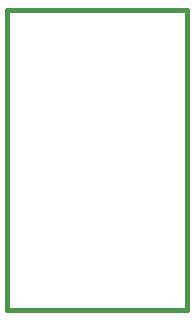
<source format=gbr>
G04 (created by PCBNEW-RS274X (2012-apr-16-27)-stable) date Sat 13 Sep 2014 11:44:54 AM PDT*
G01*
G70*
G90*
%MOIN*%
G04 Gerber Fmt 3.4, Leading zero omitted, Abs format*
%FSLAX34Y34*%
G04 APERTURE LIST*
%ADD10C,0.006000*%
%ADD11C,0.015000*%
G04 APERTURE END LIST*
G54D10*
G54D11*
X24000Y-20000D02*
X30000Y-20000D01*
X30000Y-20000D02*
X30000Y-30000D01*
X24000Y-30000D02*
X30000Y-30000D01*
X24000Y-20000D02*
X24000Y-30000D01*
M02*

</source>
